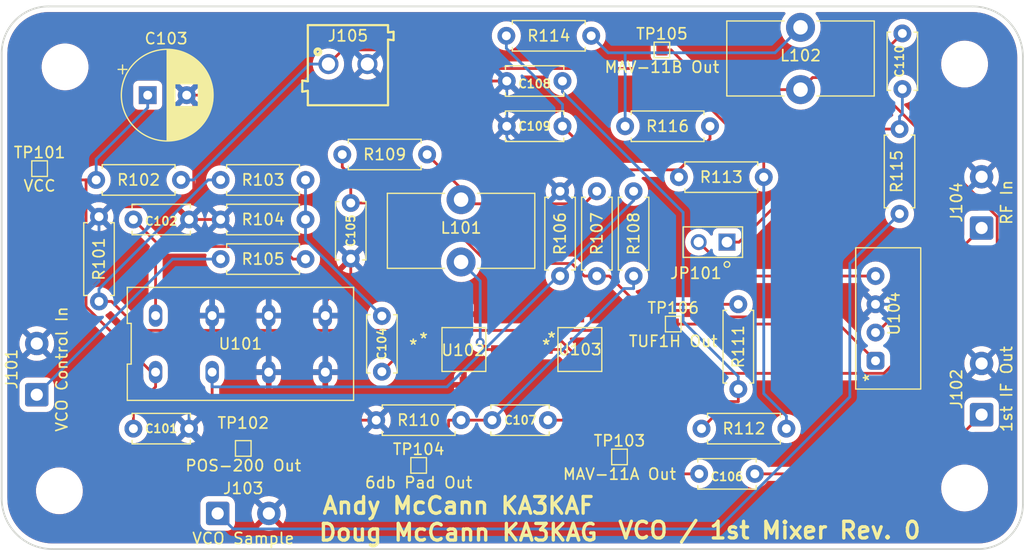
<source format=kicad_pcb>
(kicad_pcb (version 20211014) (generator pcbnew)

  (general
    (thickness 1.6)
  )

  (paper "USLetter")
  (title_block
    (title "Spectrum Analyzer: VCO and 1st Mixer")
    (date "2022-08-21")
    (rev "0")
    (company "Andy McCann KA3KAF and Doug McCann KA3KAG")
    (comment 2 "Wes Hayward W7ZOI")
    (comment 3 "Original Design by:")
  )

  (layers
    (0 "F.Cu" signal)
    (31 "B.Cu" signal)
    (32 "B.Adhes" user "B.Adhesive")
    (33 "F.Adhes" user "F.Adhesive")
    (34 "B.Paste" user)
    (35 "F.Paste" user)
    (36 "B.SilkS" user "B.Silkscreen")
    (37 "F.SilkS" user "F.Silkscreen")
    (38 "B.Mask" user)
    (39 "F.Mask" user)
    (40 "Dwgs.User" user "User.Drawings")
    (41 "Cmts.User" user "User.Comments")
    (42 "Eco1.User" user "User.Eco1")
    (43 "Eco2.User" user "User.Eco2")
    (44 "Edge.Cuts" user)
    (45 "Margin" user)
    (46 "B.CrtYd" user "B.Courtyard")
    (47 "F.CrtYd" user "F.Courtyard")
    (48 "B.Fab" user)
    (49 "F.Fab" user)
    (50 "User.1" user)
    (51 "User.2" user)
    (52 "User.3" user)
    (53 "User.4" user)
    (54 "User.5" user)
    (55 "User.6" user)
    (56 "User.7" user)
    (57 "User.8" user)
    (58 "User.9" user)
  )

  (setup
    (stackup
      (layer "F.SilkS" (type "Top Silk Screen"))
      (layer "F.Paste" (type "Top Solder Paste"))
      (layer "F.Mask" (type "Top Solder Mask") (thickness 0.01))
      (layer "F.Cu" (type "copper") (thickness 0.035))
      (layer "dielectric 1" (type "core") (thickness 1.51) (material "FR4") (epsilon_r 4.5) (loss_tangent 0.02))
      (layer "B.Cu" (type "copper") (thickness 0.035))
      (layer "B.Mask" (type "Bottom Solder Mask") (thickness 0.01))
      (layer "B.Paste" (type "Bottom Solder Paste"))
      (layer "B.SilkS" (type "Bottom Silk Screen"))
      (copper_finish "None")
      (dielectric_constraints no)
    )
    (pad_to_mask_clearance 0)
    (grid_origin 93.687635 126.212551)
    (pcbplotparams
      (layerselection 0x00010fc_ffffffff)
      (disableapertmacros false)
      (usegerberextensions false)
      (usegerberattributes true)
      (usegerberadvancedattributes true)
      (creategerberjobfile true)
      (svguseinch false)
      (svgprecision 6)
      (excludeedgelayer true)
      (plotframeref false)
      (viasonmask false)
      (mode 1)
      (useauxorigin false)
      (hpglpennumber 1)
      (hpglpenspeed 20)
      (hpglpendiameter 15.000000)
      (dxfpolygonmode true)
      (dxfimperialunits true)
      (dxfusepcbnewfont true)
      (psnegative false)
      (psa4output false)
      (plotreference true)
      (plotvalue true)
      (plotinvisibletext false)
      (sketchpadsonfab false)
      (subtractmaskfromsilk false)
      (outputformat 1)
      (mirror false)
      (drillshape 1)
      (scaleselection 1)
      (outputdirectory "")
    )
  )

  (net 0 "")
  (net 1 "GND")
  (net 2 "Net-(C101-Pad2)")
  (net 3 "Net-(C102-Pad2)")
  (net 4 "Net-(C104-Pad1)")
  (net 5 "Net-(C104-Pad2)")
  (net 6 "Net-(C105-Pad2)")
  (net 7 "Net-(C106-Pad1)")
  (net 8 "Net-(C106-Pad2)")
  (net 9 "Net-(C107-Pad1)")
  (net 10 "Net-(C107-Pad2)")
  (net 11 "Net-(C108-Pad2)")
  (net 12 "Net-(C109-Pad2)")
  (net 13 "Net-(C110-Pad1)")
  (net 14 "Net-(C110-Pad2)")
  (net 15 "Net-(J101-Pad1)")
  (net 16 "Net-(J103-Pad1)")
  (net 17 "Net-(J104-Pad1)")
  (net 18 "Net-(JP101-Pad2)")
  (net 19 "Net-(L101-Pad1)")
  (net 20 "Net-(L102-Pad1)")
  (net 21 "Net-(R101-Pad2)")
  (net 22 "Net-(J105-Pad1)")
  (net 23 "Net-(R106-Pad2)")

  (footprint "vco-1stmixer:TUF-1H" (layer "F.Cu") (at 170.5256 110.4646 90))

  (footprint "TestPoint:TestPoint_Pad_1.0x1.0mm" (layer "F.Cu") (at 147.5356 119.1006))

  (footprint "Resistor_THT:R_Axial_DIN0207_L6.3mm_D2.5mm_P7.62mm_Horizontal" (layer "F.Cu") (at 152.8696 93.9546))

  (footprint "MountingHole:MountingHole_3.2mm_M3" (layer "F.Cu") (at 178.5236 83.7946))

  (footprint "MountingHole:MountingHole_3.2mm_M3" (layer "F.Cu") (at 178.5236 121.8946))

  (footprint "Resistor_THT:R_Axial_DIN0207_L6.3mm_D2.5mm_P7.62mm_Horizontal" (layer "F.Cu") (at 100.5456 94.2086))

  (footprint "MountingHole:MountingHole_3.2mm_M3" (layer "F.Cu") (at 97.7516 84.0486))

  (footprint "Capacitor_THT:CP_Radial_D8.0mm_P3.50mm" (layer "F.Cu") (at 105.1736 86.5886))

  (footprint "TestPoint:TestPoint_Pad_1.0x1.0mm" (layer "F.Cu") (at 152.3616 107.1626))

  (footprint "Resistor_THT:R_Axial_DIN0207_L6.3mm_D2.5mm_P7.62mm_Horizontal" (layer "F.Cu") (at 148.8056 95.2246 -90))

  (footprint "Resistor_THT:R_Axial_DIN0207_L6.3mm_D2.5mm_P7.62mm_Horizontal" (layer "F.Cu") (at 158.2036 105.3846 -90))

  (footprint "Resistor_THT:R_Axial_DIN0207_L6.3mm_D2.5mm_P7.62mm_Horizontal" (layer "F.Cu") (at 154.9016 116.5606))

  (footprint "Inductor_THT:L_Toroid_Vertical_L13.0mm_W6.5mm_P5.60mm" (layer "F.Cu") (at 163.7916 80.4926))

  (footprint "vco-1stmixer:691103110002" (layer "F.Cu") (at 123.1516 83.7946))

  (footprint "Capacitor_THT:C_Disc_D5.0mm_W2.5mm_P5.00mm" (layer "F.Cu") (at 172.9356 86.0406 90))

  (footprint "Capacitor_THT:C_Disc_D5.0mm_W2.5mm_P5.00mm" (layer "F.Cu") (at 137.4156 89.3826))

  (footprint "Resistor_THT:R_Axial_DIN0207_L6.3mm_D2.5mm_P7.62mm_Horizontal" (layer "F.Cu") (at 148.0436 89.3826))

  (footprint "Resistor_THT:R_Axial_DIN0207_L6.3mm_D2.5mm_P7.62mm_Horizontal" (layer "F.Cu") (at 142.2016 95.2246 -90))

  (footprint "Capacitor_THT:C_Disc_D5.0mm_W2.5mm_P5.00mm" (layer "F.Cu") (at 136.1056 115.7986))

  (footprint "Capacitor_THT:C_Disc_D5.0mm_W2.5mm_P5.00mm" (layer "F.Cu") (at 126.1996 106.4406 -90))

  (footprint "Resistor_THT:R_Axial_DIN0207_L6.3mm_D2.5mm_P7.62mm_Horizontal" (layer "F.Cu") (at 130.2636 91.9226 180))

  (footprint "Resistor_THT:R_Axial_DIN0207_L6.3mm_D2.5mm_P7.62mm_Horizontal" (layer "F.Cu") (at 111.7216 97.7646))

  (footprint "Resistor_THT:R_Axial_DIN0207_L6.3mm_D2.5mm_P7.62mm_Horizontal" (layer "F.Cu") (at 100.7996 97.5106 -90))

  (footprint "Resistor_THT:R_Axial_DIN0207_L6.3mm_D2.5mm_P7.62mm_Horizontal" (layer "F.Cu") (at 111.7216 101.3206))

  (footprint "vco-1stmixer:MAV-11BSM&plus_" (layer "F.Cu") (at 133.5656 109.4486))

  (footprint "Resistor_THT:R_Axial_DIN0207_L6.3mm_D2.5mm_P7.62mm_Horizontal" (layer "F.Cu") (at 172.6816 97.2566 90))

  (footprint "Resistor_THT:R_Axial_DIN0207_L6.3mm_D2.5mm_P7.62mm_Horizontal" (layer "F.Cu") (at 145.5036 95.2246 -90))

  (footprint "Capacitor_THT:C_Disc_D5.0mm_W2.5mm_P5.00mm" (layer "F.Cu") (at 108.8876 116.5606 180))

  (footprint "Capacitor_THT:C_Disc_D5.0mm_W2.5mm_P5.00mm" (layer "F.Cu") (at 108.8876 97.7646 180))

  (footprint "Resistor_THT:R_Axial_DIN0207_L6.3mm_D2.5mm_P7.62mm_Horizontal" (layer "F.Cu") (at 111.7216 94.2086))

  (footprint "Capacitor_THT:C_Disc_D5.0mm_W2.5mm_P5.00mm" (layer "F.Cu") (at 123.4056 101.2806 90))

  (footprint "Connector_Wire:SolderWire-0.5sqmm_1x02_P4.6mm_D0.9mm_OD2.1mm" (layer "F.Cu") (at 111.4536 124.1806))

  (footprint "Resistor_THT:R_Axial_DIN0207_L6.3mm_D2.5mm_P7.62mm_Horizontal" (layer "F.Cu") (at 125.6916 115.7986))

  (footprint "TestPoint:TestPoint_Pad_1.0x1.0mm" (layer "F.Cu") (at 95.4656 93.1926))

  (footprint "Connector_Wire:SolderWire-0.5sqmm_1x02_P4.6mm_D0.9mm_OD2.1mm" (layer "F.Cu") (at 180.0476 98.5266 90))

  (footprint "Connector_Wire:SolderWire-0.5sqmm_1x02_P4.6mm_D0.9mm_OD2.1mm" (layer "F.Cu") (at 180.0476 115.3046 90))

  (footprint "TestPoint:TestPoint_Pad_1.0x1.0mm" (layer "F.Cu") (at 113.7536 118.3386))

  (footprint "Connector_Wire:SolderWire-0.5sqmm_1x02_P4.6mm_D0.9mm_OD2.1mm" (layer "F.Cu") (at 95.2116 113.5126 90))

  (footprint "Capacitor_THT:C_Disc_D5.0mm_W2.5mm_P5.00mm" (layer "F.Cu") (at 137.4156 85.3186))

  (footprint "TestPoint:TestPoint_Pad_1.0x1.0mm" (layer "F.Cu") (at 151.3456 82.5246))

  (footprint "MountingHole:MountingHole_3.2mm_M3" (layer "F.Cu") (at 97.2436 122.1486))

  (footprint "Capacitor_THT:C_Disc_D5.0mm_W2.5mm_P5.00mm" (layer "F.Cu") (at 154.6876 120.6246))

  (footprint "Inductor_THT:L_Toroid_Vertical_L13.0mm_W6.5mm_P5.60mm" (layer "F.Cu") (at 133.3116 95.9806))

  (footprint "Resistor_THT:R_Axial_DIN0207_L6.3mm_D2.5mm_P7.62mm_Horizontal" (layer "F.Cu") (at 144.9956 81.2546 180))

  (footprint "vco-1stmixer:MAV-11BSM&plus_" (layer "F.Cu")
    (tedit 0) (tstamp f78f708f-3e87-4f92-972f-c6d2e90aa53d)
    (at 143.9796 109.4486)
    (property "Sheetfile" "vco-1stmixer.kicad_sch")
    (property "Sheetname" "")
    (path "/405cf48d-570f-4e3c-aefd-b321186267f6")
    (attr through_hole)
    (fp_text reference "U103" (at 0 0) (layer "F.SilkS")
      (effects (font (size 1 1) (thickness 0.15)))
      (tstamp ee8030fb-e415-4202-8eea-faf7d4795730)
    )
    (fp_text value "MAV-11" (at 5.588 2.54) (layer "F.SilkS") hide
      (effects (font (size 1 1) (thickness 0.15)))
      (tstamp 083b0042-b02b-49d3-a512-7a3b45f0c682)
    )
    (fp_text user "*" (at -3.0226 -0.381) (layer "F.SilkS")
      (effects (font (size 1 1) (thickness 0.15)))
      (tstamp 0e033e9f-7c94-4906-9e5a-6ab60f775e07)
    )
    (fp_text user "*" (at -2.539965 -1.016) (layer "F.SilkS")
      (effects (font (size 1 1) (thickness 0.15)))
      (tstamp d7e2f7d8-fac6-4006-ae73-c7a27a034e85)
    )
    (fp_text user "Copyright 2021 Accelerated Designs. All rights reserved." (at 0 0) (layer "Cmts.User")
      (effects (font (size 0.127 0.127) (thickness 0.002)))
      (tstamp 17b1130e-f20a-4155-9e91-843725fdabb1)
    )
    (fp_text user "0.058in/1.473mm" (at 7.4295 -3.175) (layer "Cmts.User")
      (effects (font (size 1 1) (thickness 0.15)))
      (tstamp 1c3f1098-5f39-477e-9cbc-14b57323c372)
    )
    (fp_text user "0.25in/6.35mm" (at -7.4295 0) (layer "Cmts.User")
      (effects (font (size 1 1) (thickness 0.15)))
      (tstamp 523719cf-3826-42bf-a118-3225510bb3bb)
    )
    (fp_text user "0.25in/6.35mm" (at 0 7.874) (layer "Cmts.User")
      (effects (font (size 1 1) (thickness 0.15)))
      (tstamp 855f79a2-16c0-4ba8-8f05-c4741f80649f)
    )
    (fp_text user "0in/0mm" (at 6.604 0) (layer "Cmts.User")
      (effects (font (size 1 1) (thickness 0.15)))
      (tstamp aa85d0e3-dad1-4011-ba3a-a71894600ce7)
    )
    (fp_text user "0.03in/0.762mm" (at 0 -6.604) (layer "Cmts.User")
      (effects (font (size 1 1) (thickness 0.15)))
      (tstamp dd481f73-d108-4707-a6e8-6a8bedd86193)
    )
    (fp_text user "*" (at -1.4605 0) (layer "F.Fab")
      (effects (font (size 1 1) (thickness 0.15)))
      (tstamp 49b8ee7f-c013-44b0-ac2a-655e207b535a)
    )
    (fp_text user "*" (at -1.4605 0) (layer "F.Fab")
      (effects (font (size 1 1) (thickness 0.15)))
      (tstamp ce20886a-cff9-46f3-b3f8-7abdb54b0bbf)
    )
    (fp_line (start -1.9685 -1.9685) (end -1.9685 1.9685) (layer "F.SilkS") (width 0.12) (tstamp 6cc2440d-69f5-4246-9502-6cfd4dc512f6))
    (fp_line (start -1.9685 1.9685) (end 1.9685 1.9685) (layer "F.SilkS") (width 0.12) (tstamp 7de0783f-d71e-4836-9ca7-064aae07ab7b))
    (fp_line (start 1.9685 1.9685) (end 1.9685 -1.9685) (layer "F.SilkS") (width 0.12) (tstamp ad5f4f2a-aa18-41c7-9078-3439342baa73))
    (fp_line (start 1.9685 -1.9685) (end -1.9685 -1.9685) (layer "F.SilkS") (width 0.12) (tstamp e468bfc4-17d1-4c56-9482-8c67c4048dc2))
    (fp_line (start 1.8415 6.096) (end 3.1115 6.096) (layer "Cmts.User") (width 0.1) (tstamp 0381bf3a-5c1e-4353-8de3-6b48747fce2c))
    (fp_line (start -6.096 1.8415) (end -6.223 2.0955) (layer "Cmts.User") (width 0.1) (tstamp 03d9c9c2-0842-4720-8d48-a574b9cefdaa))
    (fp_line (start 6.096 0) (end 6.223 0.254) (layer "Cmts.User") (width 0.1) (tstamp 13b74200-2589-48d4-ad50-ead78880c9fb))
    (fp_line (start 2.794 -6.096) (end 2.54 -6.223) (layer "Cmts.User") (width 0.1) (tstamp 14da5d0e-65a0-41c3-960f-c14de00a86da))
    (fp_line (start -1.8415 6.096) (end -3.1115 6.096) (layer "Cmts.User") (width 0.1) (tstamp 199f1b10-f454-40a4-b587-0d18f7db4e36))
    (fp_line (start -1.8415 6.096) (end -2.0955 6.223) (layer "Cmts.User") (width 0.1) (tstamp 1c823f70-1b99-47e1-b0a4-8cd362ac79df))
    (fp_line (start -3.556 -8.001) (end 3.556 -8.001) (layer "Cmts.User") (width 0.1) (tstamp 1e5953f4-bee2-44d7-9efc-2ff28d2780e0))
    (fp_line (start 3.175 0) (end 6.477 0) (layer "Cmts.User") (width 0.1) (tstamp 25f5af7e-238f-4a23-89eb-1d9ddf0d433f))
    (fp_line (start -6.096 1.8415) (end -5.969 2.0955) (layer "Cmts.User") (width 0.1) (tstamp 26c06f0b-d40b-48bd-a570-458d9e57be47))
    (fp_line (start 3.556 -6.096) (end 3.81 -6.223) (layer "Cmts.User") (width 0.1) (tstamp 2780dc81-afa2-4e84-a09f-09efb28d31d8))
    (fp_line (start 2.794 0) (end 2.794 -6.477) (layer "Cmts.User") (width 0.1) (tstamp 288f4176-528a-48f8-b71f-b93bd13bf556))
    (fp_line (start 8.001 3.556) (end 8.128 3.302) (layer "Cmts.User") (width 0.1) (tstamp 297ddd8c-eb92-4430-9f82-dd3376da2805))
    (fp_line (start -6.096 -1.8415) (end -6.223 -2.0955) (layer "Cmts.User") (width 0.1) (tstamp 2c62a19e-7e93-4086-844b-6162ec1a36c4))
    (fp_line (start 1.8415 0) (end 1.8415 6.477) (layer "Cmts.User") (width 0.1) (tstamp 2c956ce9-1508-4f41-b4b5-1d4774c5eb0f))
    (fp_line (start 6.096 0) (end 6.223 -0.254) (layer "Cmts.User") (width 0.1) (tstamp 2d667eb8-4ef1-48e6-8b76-100efb3feee3))
    (fp_line (start 6.096 0) (end 5.969 -0.254) (layer "Cmts.User") (width 0.1) (tstamp 31255de4-15e7-45ce-b9b5-b3305e8c238b))
    (fp_line (start 3.81 -6.223) (end 3.81 -5.969) (layer "Cmts.User") (width 0.1) (tstamp 33cc618d-4a29-4c9e-af78-2405b4fba58a))
    (fp_line (start -6.223 -2.0955) (end -5.969 -2.0955) (layer "Cmts.User") (width 0.1) (tstamp 4880c6eb-0486-4bcf-a5cb-ad2dba09852e))
    (fp_line (start 8.001 3.556) (end 7.874 3.302) (layer "Cmts.User") (width 0.1) (tstamp 4ddb2f4a-ae6c-465c-b9f5-54b32394f1f2))
    (fp_line (start 3.556 -8.001) (end 3.302 -7.874) (layer "Cmts.User") (width 0.1) (tstamp 5d1a4cca-4629-40dd-bc6d-35aa8dc8390f))
    (fp_line (start 6.096 0) (end 6.096 1.27) (layer "Cmts.User") (width 0.1) (tstamp 5e26e49a-c0ee-4996-b86f-eca44d6010f6))
    (fp_line (start -6.096 -1.8415) (end -6.096 -3.1115) (layer "Cmts.User") (width 0.1) (tstamp 601c05d8-5cb8-43ac-a6b4-55b232d143a1))
    (fp_line (start 1.8415 6.096) (end 2.0955 6.223) (layer "Cmts.User") (width 0.1) (tstamp 615f0749-61f2-437f-bd98-d2108dad91a5))
    (fp_line (start -3.556 0) (end -3.556 -8.382) (layer "Cmts.User") (width 0.1) (tstamp 647b1225-4f31-4528-9afd-0bd2a585a52e))
    (fp_line (start 0 -1.8415) (end -6.477 -1.8415) (layer "Cmts.User") (width 0.1) (tstamp 6f51c9be-8b90-424f-a49a-99ae756adeff))
    (fp_line (start 3.175 0) (end 6.477 0) (layer "Cmts.User") (width 0.1) (tstamp 71a1002e-fa65-40e5-909e-93416a378c9c))
    (fp_line (start 3.556 -8.001) (end 3.302 -8.128) (layer "Cmts.User") (width 0.1) (tstamp 75adb1b1-a056-4846-8460-3abc251d128b))
    (fp_line (start 0 1.8415) (end -6.477 1.8415) (layer "Cmts.User") (width 0.1) (tstamp 7bff9d88-019f-4322-a93c-760e2ccfa264))
    (fp_line (start 3.556 0) (end 3.556 -8.382) (layer "Cmts.User") (width 0.1) (tstamp 7c966fd9-a0b0-4fb2-af89-7005009326fd))
    (fp_line (start 6.096 0) (end 5.969 0.254) (layer "Cmts.User") (width 0.1) (tstamp 835f67bc-2a6c-4cc3-91b6-48a96909e721))
    (fp_line (start 8.001 -3.556) (end 8.128 -3.302) (layer "Cmts.User") (width 0.1) (tstamp 85eb3856-3c43-450f-9cce-811880622b70))
    (fp_line (start -6.096 1.8415) (end -6.096 3.1115) (layer "Cmts.User") (width 0.1) (tstamp 92f4d8ca-5d69-4e55-81f7-e00fa9cfd09f))
    (fp_line (start -1.8415 0) (end -1.8415 6.477) (layer "Cmts.User") (width 0.1) (tstamp 9a3890c4-d9bd-4add-8178-4dbb7c2a6ada))
    (fp_line (start 5.969 -0.254) (end 6.223 -0.254) (layer "Cmts.User") (width 0.1) (tstamp 9f8a68b0-67b2-4fe6-a261-c7816681d7ea))
    (fp_line (start 7.874 3.302) (end 8.128 3.302) (layer "Cmts.User") (width 0.1) (tstamp a13d88c2-fe2f-42b6-9b80-e78642e6ce9c))
    (fp_line (start -1.8415 6.096) (end -2.0955 5.969) (layer "Cmts.User") (width 0.1) (tstamp a63508a7-73f3-4d83-909e-6c2b0e1799b6))
    (fp_line (start -6.223 2.0955) (end -5.969 2.0955) (layer "Cmts.User") (width 0.1) (tstamp a72d012b-63a4-4bc0-8353-646ecb2edc26))
    (fp_line (start 3.556 0) (end 3.556 -6.477) (layer "Cmts.User") (width 0.1) (tstamp acba5b2e-7f16-4eba-9443-c4482707cc37))
    (fp_line (start 3.302 -8.128) (end 3.302 -7.874) (layer "Cmts.User") (width 0.1) (tstamp b565e75c-27d1-4e79-897c-7bb11b123f0e))
    (fp_line (start 2.794 -6.096) (end 2.54 -5.969) (layer "Cmts.User") (width 0.1) (tstamp b57231f3-c7d0-42f4-9616-0d1f2b290c8d))
    (fp_line (start -2.0955 5.969) (end -2.0955 6.223) (layer "Cmts.User") (width 0.1) (tstamp b7a5ee54-490b-42d4-8721-2ac6a6111c01))
    (fp_line (start 2.54 -6.223) (end 2.54 -5.969) (layer "Cmts.User") (width 0.1) (tstamp b93de1b1-175d-42ec-830b-eccd8b378667))
    (fp_line (start 3.556 -6.096) (end 4.826 -6.096) (layer "Cmts.User") (width 0.1) (tstamp bf667b51-4c45-45b2-8fca-1914d5a0417b))
    (fp_line (start 5.969 0.254) (end 6.223 0.254) (layer "Cmts.User") (width 0.1) (tstamp c0d16ea6-e94f-4733-9384-e9af99263e5e))
    (fp_line (start 1.8415 6.096) (end 2.0955 5.969) (layer "Cmts.User") (width 0.1) (tstamp c8480b7b-fd71-4675-a302-dfb63838d2db))
    (fp_line (start 8.001 -3.556) (end 7.874 -3.302) (layer "Cmts.User") (width 0.1) (tstamp cb6cb85b-db2c-4807-800d-08033c99fc48))
    (fp_line (start 2.794 -6.096) (end 1.524 -6.096) (layer "Cmts.User") (width 0.1) (tstamp d16ae05c-df14-48c0-a357-69f83c2e1e48))
    (fp_line (start 3.556 -6.096) (end 3.81 -5.969) (layer "Cmts.User") (width 0.1) (tstamp e1b26e86-6013-472f-aa0c-6599abd85a03))
    (fp_line (start 7.874 -3.302) (end 8.128 -3.302) (layer "Cmts.User") (width 0.1) (tstamp e9538294-17cd-4e42-a521-459580abfef1))
    (fp_line (start 0 -3.556) (end 8.382 -3.556) (layer "Cmts.User") (width 0.1) (tstamp e9a725dc-de35-4ebd-bf04-7090d82e3128))
    (fp_line (start -3.556 -8.001) (end -3.302 -8.128) (layer "Cmts.User") (width 0.1) (tstamp eaa9dc4e-0d86-4c55-a170-c044e0b55944))
    (fp_line (start -3.556 -8.001) (end -3.302 -7.874) (layer "Cmts.User") (width 0.1) (tstamp eda1e2f0-c967-4311-9c2b-ffb8eb266aa6))
    (fp_line (start 6.096 0) (end 6.096 -1.27) (layer "Cmts.User") (width 0.1) (tstamp f6e1b754-251e-4a11-8c97-67e5a4fd2de9))
    (fp_line (start -6.096 -1.8415) (end -5.969 -2.0955) (layer "Cmts.User") (width 0.1) (tstamp f8a4ec9a-814c-4556-82c6-3466b6c1a17f))
    (fp_line (start -3.302 -8.128) (end -3.302 -7.874) (layer "Cmts.User") (width 0.1) (tstamp fa076772-7dcf-43ec-bf01-c070bff43940))
    (fp_line (start 2.0955 5.969) (end 2.0955 6.223) (layer "Cmts.User") (width 0.1) (tstamp fa2a6928-f499-4d9e-8b7a-375c4104b5a3))
    (fp_line (start 0 3.556) (end 8.382 3.556) (layer "Cmts.User") (width 0.1) (tstamp fdbed4da-d8ef-4f5b-a597-590f16c8ec57))
    (fp_line (start 8.001 -3.556) (end 8.001 3.556) (layer "Cmts.User") (width 0.1) (tstamp fee1232e-40aa-4002-994d-88b0913d7b3d))
    (fp_line (start -4.1656 0.635) (end -4.1656 -0.635) (layer "F.CrtYd") (width 0.05) (tstamp 090da2a7-6567-4c0f-be0c-d809b5fb3fd1))
    (fp_line (start 2.0955 -2.0955) (end 2.0955 -0.635) (layer "F.CrtYd") (width 0.05) (tstamp 0b37cd4d-a167-4b08-bffb-9c7702e4af3e))
    (fp_line (start 0.635 -2.0955) (end 2.0955 -2.0955) (layer "F.CrtYd") (width 0.05) (tstamp 0f403f79-210b-4a40-9f2f-c286ad8476e3))
    (fp_line (start -0.635 4.1656) (end -0.635 2.0955) (layer "F.CrtYd") (width 0.05) (tstamp 166b98e7-51cc-46b4-af77-27e8c1051ebc))
    (fp_line (start 2.0955 0.635) (end 4.1656 0.635) (layer "F.CrtYd") (width 0.05) (tstamp 2250e478-01d2-455a-980b-daeee4c9d271))
    (fp_line (start 0.635 4.1656) (end 0.635 2.0955) (layer "F.CrtYd") (width 0.05) (tstamp 2c2ea172-f93d-4c4b-b21b-df748eeb6a52))
    (fp_line (start -4.1656 -0.635) (end -2.0955 -0.635) (layer "F.CrtYd") (width 0.05) (tstamp 2e3e85b7-8c0b-43f6-b8a4-ed6a501484f3))
    (fp_line (start -0.635 2.0955) (end -2.0955 2.0955) (layer "F.CrtYd") (width 0.05) (tstamp 31f2fc04-7255-4745-826b-cd83c79b03c3))
    (fp_line (start -2.0955 -2.0955) (end -0.635 -2.0955) (layer "F.CrtYd") (width 0.05) (tstamp 3257ebe0-621b-4412-a91d-400477273bab))
    (fp_line (start -2.0955 0.635) (end -4.1656 0.635) (layer "F.CrtYd") (width 0.05) (tstamp 32732694-5c78-4d24-aaf8-4d52b3feaaa0))
    (fp_line (start 0.635 2.0955) (end 0.635 4.1656) (layer "F.CrtYd") (width 0.05) (tstamp 3dee45bf-59f9-4e38-965c-77b7f1f31444))
    (fp_line (start -2.0955 -2.0955) (end -0.635 -2.0955) (layer "F.CrtYd") (width 0.05) (tstamp 562e3b65-fc0f-499e-9363-95c07800690d))
    (fp_line (start -0.635 -4.1656) (end 0.635 -4.1656) (layer "F.CrtYd") (width 0.05) (tstamp 57ef6c96-a064-4e27-a43b-0e902aacd509))
    (fp_line (start -0.635 -2.0955) (end -0.635 -4.1656) (layer "F.CrtYd") (width 0.05) (tstamp 58f7d989-b4b1-450b-a707-5e9ec61f3224))
    (fp_line (start 2.0955 -0.635) (end 2.0955 -2.0955) (layer "F.CrtYd") (width 0.05) (tstamp 5c569ec0-bf0e-40d8-8ce9-78a9f09a51ea))
    (fp_line (start -4.1656 -0.635) (end -2.0955 -0.635) (layer "F.CrtYd") (width 0.05) (tstamp 5f09164d-89b5-40c3-abda-9f77677f8bdf))
    (fp_line (start -4.1656 0.635) (end -4.1656 -0.635) (layer "F.CrtYd") (width 0.05) (tstamp 641d8afc-5ef9-4763-9205-01e6c30f0161))
    (fp_line (start 0.635 -4.1656) (end 0.635 -2.0955) (layer "F.CrtYd") (width 0.05) (tstamp 69031adb-e86e-4a85-8595-9fe2e281faac))
    (fp_line (start -0.635 4.1656) (end 0.635 4.1656) (layer "F.CrtYd") (width 0.05) (tstamp 8e30f562-feca-427c-bb2f-44b6d6ad7f2b))
    (fp_line (start 2.0955 2.0955) (end 2.0955 0.635) (layer "F.CrtYd") (width 0.05) (tstamp 8e45f184-8986-4e60-b081-c266c6bd1ca5))
    (fp_line (start -2.0955 -0.635) (end -2.0955 -2.0955) (layer "F.CrtYd") (width 0.05) (tstamp 9a53e948-6f00-4f36-9c85-a0fe793b4550))
    (fp_line (start -0.635 2.0955) (end -0.635 4.1656) (layer "F.CrtYd") (width 0.05) (tstamp a7a8c477-37b3-4c5b-9a04-14f1efeac542))
    (fp_line (start 4.1656 0.635) (end 2.0955 0.635) (layer "F.CrtYd") (width 0.05) (tstamp ab494e52-0a36-4588-9da2-83fdfef11e77))
    (fp_line (start 0.635 4.1656) (end -0.635 4.1656) (layer "F.CrtYd") (width 0.05) (tstamp bb091100-d239-4828-896a-8e844f1162c5))
    (fp_line (start 0.635 2.0955) (end 2.0955 2.0955) (layer "F.CrtYd") (width 0.05) (tstamp bd1b329a-b9b9-4022-afea-68d7b23bf698))
    (fp_line (start 0.635 -4.1656) (end 0.635 -2.0955) (layer "F.CrtYd") (width 0.05) (tstamp bf234a35-0913-4282-8db1-70a78881c224))
    (fp_line (start 2.0955 2.0955) (end 0.635 2.0955) (layer "F.CrtYd") (width 0.05) (tstamp c8731131-97f7-4cd3-a5ee-7c2ac9230685))
    (fp_line (start 4.1656 0.635) (end 4.1656 -0.635) (layer "F.CrtYd") (width 0.05) (tstamp c8e7465a-fe46-4776-ab92-25777c9e7938))
    (fp_line (start -2.0955 0.635) (end -4.1656 0.635) (layer "F.CrtYd") (width 0.05) (tstamp ca034089-b4be-4168-b2da-63d8f2964541))
    (fp_line (start -2.0955 2.0955) (end -2.0955 0.635) (layer "F.CrtYd") (width 0.05) (tstamp cd3aacd6-946c-4d1e-a9ef-7f71015fbabf))
    (fp_line (start -2.0955 2.0955) (end -2.0955 0.635) (layer "F.CrtYd") (width 0.05) (tstamp cecde1ec-2c98-4ccd-b59c-a35ed0987a9f))
    (fp_line (start 2.0955 0.635) (end 2.0955 2.0955) (layer "F.CrtYd") (width 0.05) (tstamp d61c2cc3-028f-43ca-9a9f-6ca7ce759dba))
    (fp_line (start -0.635 -2.0955) (end -0.635 -4.1656) (layer "F.CrtYd") (width 0.05) (tstamp db60ad01-4d1b-40be-8c0d-826392c75099))
    (fp_line (start 4.1656 -0.635) (end 2.0955 -0.635) (layer "F.CrtYd") (width 0.05) (tstamp db66d3e9-8797-4038-80b3-d9f0132e19ba))
    (fp_line (start 2.
... [730525 chars truncated]
</source>
